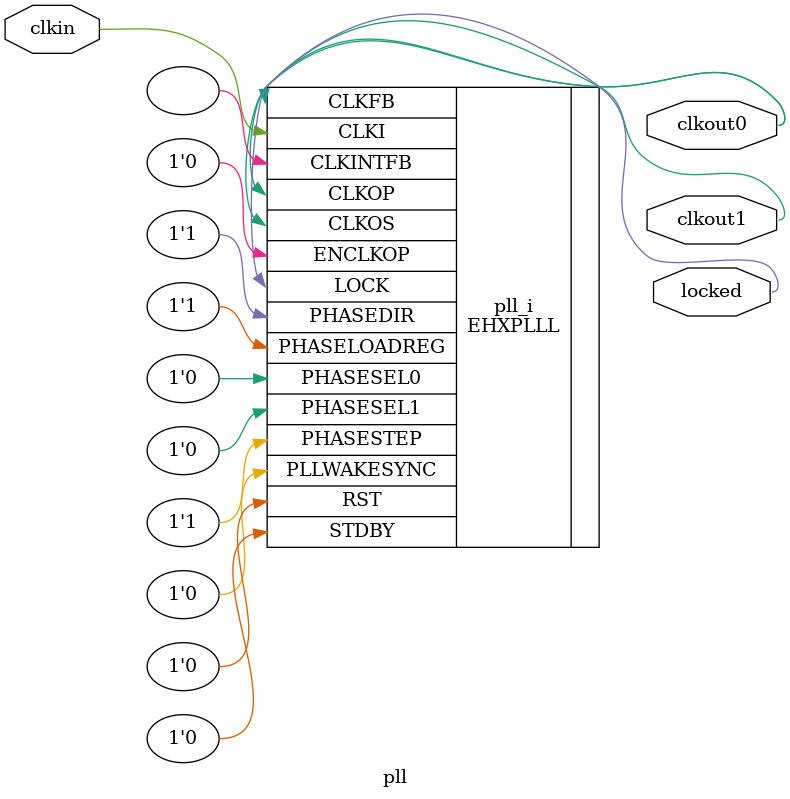
<source format=v>
module pll
(
    input clkin, // 25 MHz, 0 deg
    output clkout0, // 250 MHz, 0 deg
    output clkout1, // 25 MHz, 0 deg
    output locked
);
(* FREQUENCY_PIN_CLKI="25" *)
(* FREQUENCY_PIN_CLKOP="250" *)
(* FREQUENCY_PIN_CLKOS="25" *)
(* ICP_CURRENT="12" *) (* LPF_RESISTOR="8" *) (* MFG_ENABLE_FILTEROPAMP="1" *) (* MFG_GMCREF_SEL="2" *)
EHXPLLL #(
        .PLLRST_ENA("DISABLED"),
        .INTFB_WAKE("DISABLED"),
        .STDBY_ENABLE("DISABLED"),
        .DPHASE_SOURCE("DISABLED"),
        .OUTDIVIDER_MUXA("DIVA"),
        .OUTDIVIDER_MUXB("DIVB"),
        .OUTDIVIDER_MUXC("DIVC"),
        .OUTDIVIDER_MUXD("DIVD"),
        .CLKI_DIV(1),
        .CLKOP_ENABLE("ENABLED"),
        .CLKOP_DIV(2),
        .CLKOP_CPHASE(0),
        .CLKOP_FPHASE(0),
        .CLKOS_ENABLE("ENABLED"),
        .CLKOS_DIV(20),
        .CLKOS_CPHASE(0),
        .CLKOS_FPHASE(0),
        .FEEDBK_PATH("CLKOP"),
        .CLKFB_DIV(10)
    ) pll_i (
        .RST(1'b0),
        .STDBY(1'b0),
        .CLKI(clkin),
        .CLKOP(clkout0),
        .CLKOS(clkout1),
        .CLKFB(clkout0),
        .CLKINTFB(),
        .PHASESEL0(1'b0),
        .PHASESEL1(1'b0),
        .PHASEDIR(1'b1),
        .PHASESTEP(1'b1),
        .PHASELOADREG(1'b1),
        .PLLWAKESYNC(1'b0),
        .ENCLKOP(1'b0),
        .LOCK(locked)
	);
endmodule

</source>
